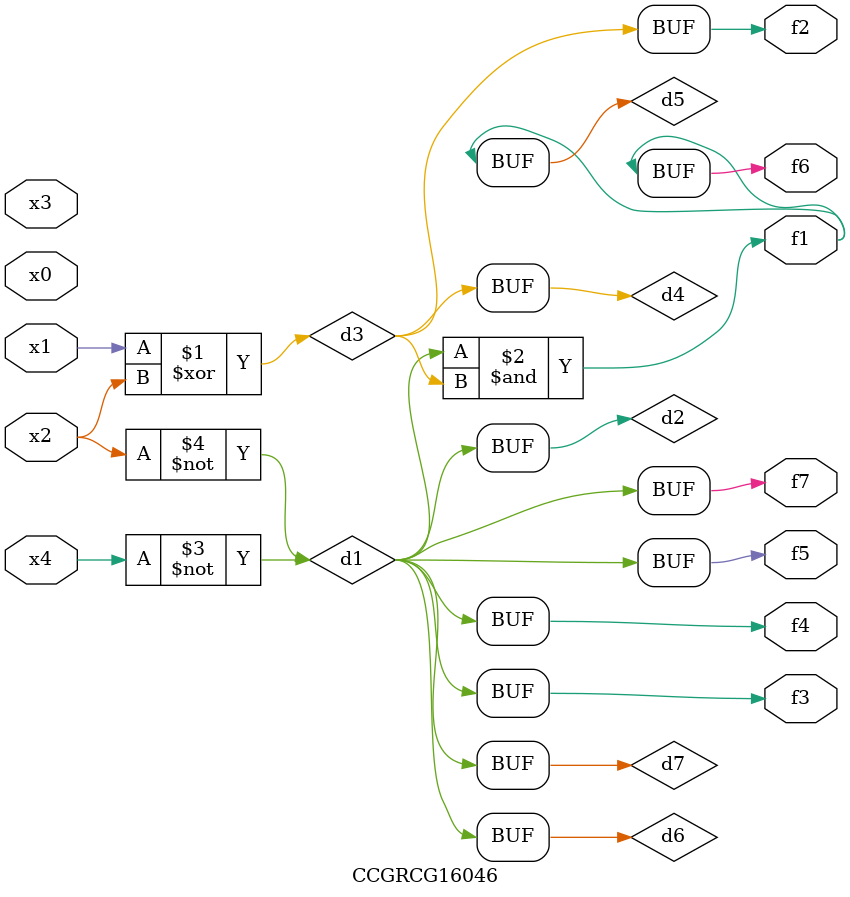
<source format=v>
module CCGRCG16046(
	input x0, x1, x2, x3, x4,
	output f1, f2, f3, f4, f5, f6, f7
);

	wire d1, d2, d3, d4, d5, d6, d7;

	not (d1, x4);
	not (d2, x2);
	xor (d3, x1, x2);
	buf (d4, d3);
	and (d5, d1, d3);
	buf (d6, d1, d2);
	buf (d7, d2);
	assign f1 = d5;
	assign f2 = d4;
	assign f3 = d7;
	assign f4 = d7;
	assign f5 = d7;
	assign f6 = d5;
	assign f7 = d7;
endmodule

</source>
